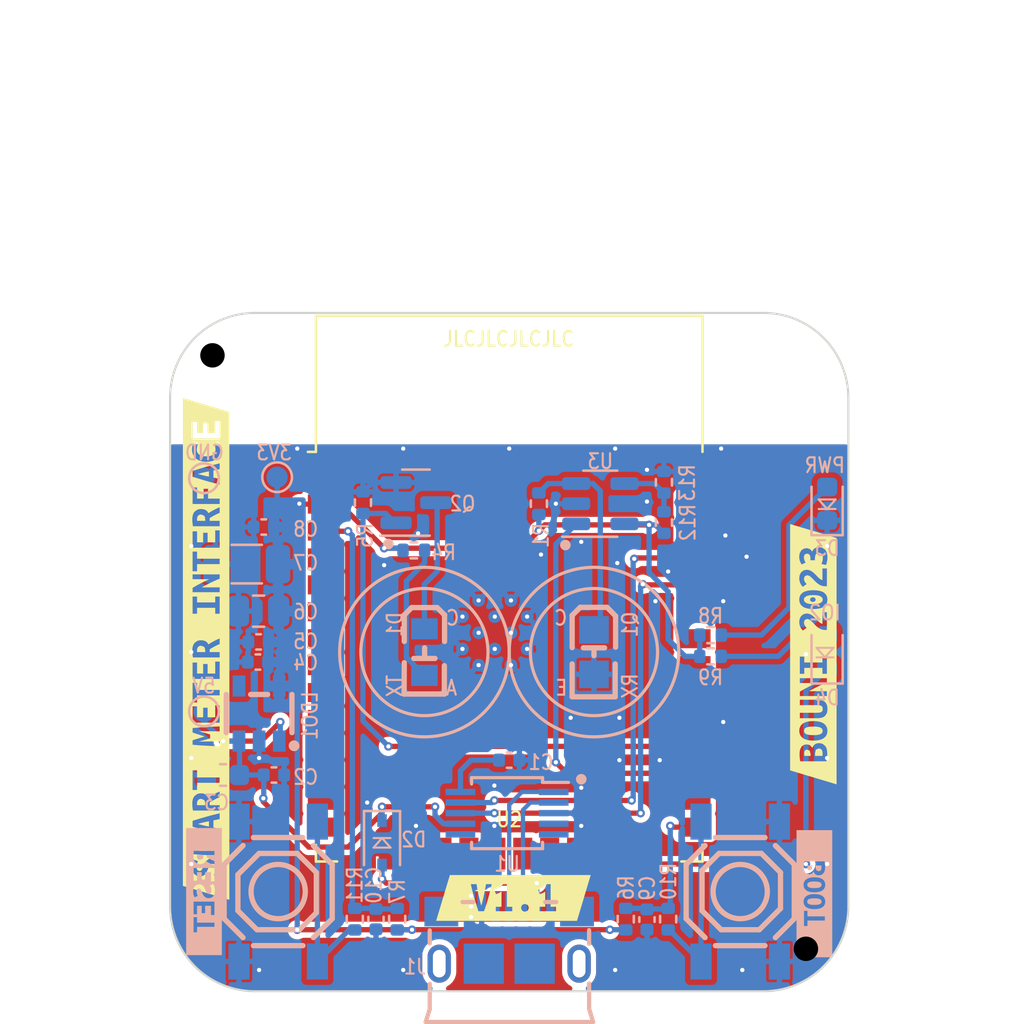
<source format=kicad_pcb>
(kicad_pcb (version 20221018) (generator pcbnew)
  (layers (0 "F.Cu" signal) (31 "B.Cu" signal) (34 "B.Paste" user) (35 "F.Paste" user) (36 "B.SilkS" user "B.Silkscreen") (37 "F.SilkS" user "F.Silkscreen") (38 "B.Mask" user) (39 "F.Mask" user) (44 "Edge.Cuts" user))
  (net 0 "")
  (net 1 "Net-(Q1-C)")
  (net 2 "GND")
  (net 3 "Net-(D1-K)")
  (net 4 "+3V3")
  (net 5 "Net-(D1-A)")
  (net 6 "BLINK")
  (net 7 "+5V")
  (net 8 "RX")
  (net 9 "Net-(U1-V3)")
  (net 10 "Net-(D2-A)")
  (net 11 "Net-(D3-A)")
  (net 12 "IO2")
  (net 13 "Net-(D4-A)")
  (net 15 "IO0")
  (net 16 "EN")
  (net 18 "RXD0")
  (net 19 "TXD0")
  (net 51 "/D-")
  (net 52 "/D+")
  (net 53 "Net-(U3--)")
  (net 54 "Net-(R10-Pad1)")
  (net 55 "Net-(R11-Pad1)")
  (footprint "RF_Module:ESP32-WROOM-32" (layer "F.Cu") (at 56 56)
    (fp_text reference "U2" (at 0 7.9 180) (layer "F.SilkS") (effects (font (size 0.7 0.6) (thickness 0.1))))
    (fp_text value "ESP32-WROOM-32")
    (pad "1" smd rect locked (at -8.75 -8.25) (size 1.5 0.9) (layers "F.Cu" "F.Paste" "F.Mask") (net 2 "GND"))
    (pad "2" smd rect locked (at -8.75 -6.98) (size 1.5 0.9) (layers "F.Cu" "F.Paste" "F.Mask") (net 4 "+3V3"))
    (pad "3" smd rect locked (at -8.75 -5.71) (size 1.5 0.9) (layers "F.Cu" "F.Paste" "F.Mask") (net 16 "EN"))
    (pad "4" smd rect locked (at -8.75 -4.44) (size 1.5 0.9) (layers "F.Cu" "F.Paste" "F.Mask"))
    (pad "5" smd rect locked (at -8.75 -3.17) (size 1.5 0.9) (layers "F.Cu" "F.Paste" "F.Mask"))
    (pad "6" smd rect locked (at -8.75 -1.9) (size 1.5 0.9) (layers "F.Cu" "F.Paste" "F.Mask"))
    (pad "7" smd rect locked (at -8.75 -0.63) (size 1.5 0.9) (layers "F.Cu" "F.Paste" "F.Mask"))
    (pad "8" smd rect locked (at -8.75 0.64) (size 1.5 0.9) (layers "F.Cu" "F.Paste" "F.Mask"))
    (pad "9" smd rect locked (at -8.75 1.91) (size 1.5 0.9) (layers "F.Cu" "F.Paste" "F.Mask"))
    (pad "10" smd rect locked (at -8.75 3.18) (size 1.5 0.9) (layers "F.Cu" "F.Paste" "F.Mask"))
    (pad "11" smd rect locked (at -8.75 4.45) (size 1.5 0.9) (layers "F.Cu" "F.Paste" "F.Mask"))
    (pad "12" smd rect locked (at -8.75 5.72) (size 1.5 0.9) (layers "F.Cu" "F.Paste" "F.Mask"))
    (pad "13" smd rect locked (at -8.75 6.99) (size 1.5 0.9) (layers "F.Cu" "F.Paste" "F.Mask"))
    (pad "14" smd rect locked (at -8.75 8.26) (size 1.5 0.9) (layers "F.Cu" "F.Paste" "F.Mask"))
    (pad "15" smd rect locked (at -5.71 9.51 90) (size 1.5 0.9) (layers "F.Cu" "F.Paste" "F.Mask") (net 2 "GND"))
    (pad "16" smd rect locked (at -4.44 9.51 90) (size 1.5 0.9) (layers "F.Cu" "F.Paste" "F.Mask"))
    (pad "17" smd rect locked (at -3.17 9.51 90) (size 1.5 0.9) (layers "F.Cu" "F.Paste" "F.Mask"))
    (pad "18" smd rect locked (at -1.9 9.51 90) (size 1.5 0.9) (layers "F.Cu" "F.Paste" "F.Mask"))
    (pad "19" smd rect locked (at -0.63 9.51 90) (size 1.5 0.9) (layers "F.Cu" "F.Paste" "F.Mask"))
    (pad "20" smd rect locked (at 0.64 9.51 90) (size 1.5 0.9) (layers "F.Cu" "F.Paste" "F.Mask"))
    (pad "21" smd rect locked (at 1.91 9.51 90) (size 1.5 0.9) (layers "F.Cu" "F.Paste" "F.Mask"))
    (pad "22" smd rect locked (at 3.18 9.51 90) (size 1.5 0.9) (layers "F.Cu" "F.Paste" "F.Mask"))
    (pad "23" smd rect locked (at 4.45 9.51 90) (size 1.5 0.9) (layers "F.Cu" "F.Paste" "F.Mask"))
    (pad "24" smd rect locked (at 5.72 9.51 90) (size 1.5 0.9) (layers "F.Cu" "F.Paste" "F.Mask") (net 12 "IO2"))
    (pad "25" smd rect locked (at 8.75 8.26) (size 1.5 0.9) (layers "F.Cu" "F.Paste" "F.Mask") (net 15 "IO0"))
    (pad "26" smd rect locked (at 8.75 6.99) (size 1.5 0.9) (layers "F.Cu" "F.Paste" "F.Mask"))
    (pad "27" smd rect locked (at 8.75 5.72) (size 1.5 0.9) (layers "F.Cu" "F.Paste" "F.Mask") (net 8 "RX"))
    (pad "28" smd rect locked (at 8.75 4.45) (size 1.5 0.9) (layers "F.Cu" "F.Paste" "F.Mask") (net 6 "BLINK"))
    (pad "29" smd rect locked (at 8.75 3.18) (size 1.5 0.9) (layers "F.Cu" "F.Paste" "F.Mask"))
    (pad "30" smd rect locked (at 8.75 1.91) (size 1.5 0.9) (layers "F.Cu" "F.Paste" "F.Mask"))
    (pad "31" smd rect locked (at 8.75 0.64) (size 1.5 0.9) (layers "F.Cu" "F.Paste" "F.Mask"))
    (pad "32" smd rect locked (at 8.75 -0.63) (size 1.5 0.9) (layers "F.Cu" "F.Paste" "F.Mask"))
    (pad "33" smd rect locked (at 8.75 -1.9) (size 1.5 0.9) (layers "F.Cu" "F.Paste" "F.Mask"))
    (pad "34" smd rect locked (at 8.75 -3.17) (size 1.5 0.9) (layers "F.Cu" "F.Paste" "F.Mask") (net 18 "RXD0"))
    (pad "35" smd rect locked (at 8.75 -4.44) (size 1.5 0.9) (layers "F.Cu" "F.Paste" "F.Mask") (net 19 "TXD0"))
    (pad "36" smd rect locked (at 8.75 -5.71) (size 1.5 0.9) (layers "F.Cu" "F.Paste" "F.Mask"))
    (pad "37" smd rect locked (at 8.75 -6.98) (size 1.5 0.9) (layers "F.Cu" "F.Paste" "F.Mask"))
    (pad "38" smd rect locked (at 8.75 -8.25) (size 1.5 0.9) (layers "F.Cu" "F.Paste" "F.Mask") (net 2 "GND"))
    (pad "39" smd rect locked (at -2.205 -2.435) (size 1.05 1.05) (layers "F.Cu" "F.Paste") (net 2 "GND"))
    (pad "39" thru_hole circle locked (at -2.205 -1.6725) (size 0.6 0.6) (drill 0.2) (property pad_prop_heatsink) (layers "*.Cu" "F.Mask") (net 2 "GND"))
    (pad "39" smd rect locked (at -2.205 -0.91) (size 1.05 1.05) (layers "F.Cu" "F.Paste") (net 2 "GND"))
    (pad "39" thru_hole circle locked (at -2.205 -0.1475) (size 0.6 0.6) (drill 0.2) (property pad_prop_heatsink) (layers "*.Cu" "F.Mask") (net 2 "GND"))
    (pad "39" smd rect locked (at -2.205 0.615) (size 1.05 1.05) (layers "F.Cu" "F.Paste") (net 2 "GND"))
    (pad "39" thru_hole circle locked (at -1.4425 -2.435) (size 0.6 0.6) (drill 0.2) (property pad_prop_heatsink) (layers "*.Cu" "F.Mask") (net 2 "GND"))
    (pad "39" thru_hole circle locked (at -1.4425 -0.91) (size 0.6 0.6) (drill 0.2) (property pad_prop_heatsink) (layers "*.Cu" "F.Mask") (net 2 "GND"))
    (pad "39" thru_hole circle locked (at -1.4425 0.615) (size 0.6 0.6) (drill 0.2) (property pad_prop_heatsink) (layers "*.Cu" "F.Mask") (net 2 "GND"))
    (pad "39" smd rect locked (at -0.68 -2.435) (size 1.05 1.05) (layers "F.Cu" "F.Paste") (net 2 "GND"))
    (pad "39" thru_hole circle locked (at -0.68 -1.6725) (size 0.6 0.6) (drill 0.2) (property pad_prop_heatsink) (layers "*.Cu" "F.Mask") (net 2 "GND"))
    (pad "39" smd rect locked (at -0.68 -0.91) (size 1.05 1.05) (layers "F.Cu" "F.Paste") (net 2 "GND"))
    (pad "39" smd rect locked (at -0.68 -0.91) (size 4.2 4.2) (layers "F.Cu" "F.Mask") (net 2 "GND"))
    (pad "39" thru_hole circle locked (at -0.68 -0.1475) (size 0.6 0.6) (drill 0.2) (property pad_prop_heatsink) (layers "*.Cu" "F.Mask") (net 2 "GND"))
    (pad "39" smd rect locked (at -0.68 0.615) (size 1.05 1.05) (layers "F.Cu" "F.Paste") (net 2 "GND"))
    (pad "39" thru_hole circle locked (at 0.0825 -2.435) (size 0.6 0.6) (drill 0.2) (property pad_prop_heatsink) (layers "*.Cu" "F.Mask") (net 2 "GND"))
    (pad "39" thru_hole circle locked (at 0.0825 -0.91) (size 0.6 0.6) (drill 0.2) (property pad_prop_heatsink) (layers "*.Cu" "F.Mask") (net 2 "GND"))
    (pad "39" thru_hole circle locked (at 0.0825 0.615) (size 0.6 0.6) (drill 0.2) (property pad_prop_heatsink) (layers "*.Cu" "F.Mask") (net 2 "GND"))
    (pad "39" smd rect locked (at 0.845 -2.435) (size 1.05 1.05) (layers "F.Cu" "F.Paste") (net 2 "GND"))
    (pad "39" thru_hole circle locked (at 0.845 -1.6725) (size 0.6 0.6) (drill 0.2) (property pad_prop_heatsink) (layers "*.Cu" "F.Mask") (net 2 "GND"))
    (pad "39" smd rect locked (at 0.845 -0.91) (size 1.05 1.05) (layers "F.Cu" "F.Paste") (net 2 "GND"))
    (pad "39" thru_hole circle locked (at 0.845 -0.1475) (size 0.6 0.6) (drill 0.2) (property pad_prop_heatsink) (layers "*.Cu" "F.Mask") (net 2 "GND"))
    (pad "39" smd rect locked (at 0.845 0.615) (size 1.05 1.05) (layers "F.Cu" "F.Paste") (net 2 "GND"))
    (zone (net 0) (net_name "") (layers "F.Cu" "In1.Cu" "B.Cu") (connect_pads (clearance 0)) (min_thickness 0.254)
      (keepout (tracks not_allowed) (vias not_allowed) (pads not_allowed) (copperpour not_allowed) (footprints not_allowed))
      (fill (thermal_gap 0.508) (thermal_bridge_width 0.508))
      (polygon (pts (xy 32 46.2) (xy 80 46.2) (xy 80 25.26) (xy 32 25.26)))
    )
  )
  (footprint "kibuzzard-63C57836" (layer "F.Cu") (at 70.35 56.1 90)
    (fp_text reference "kibuzzard-63C57836" hide)
    (fp_text value "G***" hide)
  )
  (footprint "JLCPCB:ToolingHole" (layer "F.Cu") (at 70 70)
    (fp_text reference "TH2" hide)
    (fp_text value "ToolingHole" hide)
    (pad "" np_thru_hole circle (at 0 0) (size 1.4 1.4) (drill 1.152) (layers "*.Mask"))
  )
  (footprint "JLCPCB:OrderNumber" (layer "F.Cu") (at 56 41)
    (fp_text reference "REF**" hide)
    (fp_text value "OrderNumber" hide)
    (fp_text user "JLCJLCJLCJLC" (at -3.175 0.635 unlocked) (layer "F.SilkS") (effects (font (size 0.7 0.6) (thickness 0.1) bold) (justify left bottom)))
  )
  (footprint "JLCPCB:ToolingHole" (layer "F.Cu") (at 42 42)
    (fp_text reference "TH1" hide)
    (fp_text value "ToolingHole" hide)
    (pad "" np_thru_hole circle (at 0 0) (size 1.4 1.4) (drill 1.152) (layers "*.Mask"))
  )
  (footprint "kibuzzard-63C57633" (layer "F.Cu") (at 56.2 67.6)
    (fp_text reference "kibuzzard-63C57633" hide)
    (fp_text value "G***" hide)
  )
  (footprint "kibuzzard-635BBB2F" (layer "F.Cu") (at 41.7 55.85 90)
    (fp_text reference "kibuzzard-635BBB2F" hide)
    (fp_text value "G***" hide)
  )
  (footprint "Capacitor_SMD:C_0402_1005Metric" (layer "B.Cu") (at 44.175 55.52 180)
    (fp_text reference "C5" (at -2.225 0.02 180) (layer "B.SilkS") (effects (font (size 0.7 0.6) (thickness 0.1)) (justify mirror)))
    (fp_text value "1uF")
    (pad "1" smd roundrect (at -0.48 0 180) (size 0.56 0.62) (layers "B.Cu" "B.Paste" "B.Mask") (net 4 "+3V3"))
    (pad "2" smd roundrect (at 0.48 0 180) (size 0.56 0.62) (layers "B.Cu" "B.Paste" "B.Mask") (net 2 "GND"))
  )
  (footprint "LCSC:SOT-23-5_L3.0-W1.7-P0.95-LS2.8-BR" (layer "B.Cu") (at 44.2 58.9 -90)
    (fp_text reference "LDO1" (at 0.1 -2.4 90) (layer "B.SilkS") (effects (font (size 0.7 0.6) (thickness 0.1)) (justify mirror)))
    (fp_text value "ME6211C33M5G-N")
    (pad "1" smd rect (at 1.3 -0.95 270) (size 1 0.6) (layers "B.Cu" "B.Paste" "B.Mask") (net 7 "+5V"))
    (pad "2" smd rect (at 1.3 0 270) (size 1 0.6) (layers "B.Cu" "B.Paste" "B.Mask") (net 2 "GND"))
    (pad "3" smd rect (at 1.3 0.95 270) (size 1 0.6) (layers "B.Cu" "B.Paste" "B.Mask") (net 7 "+5V"))
    (pad "4" smd rect (at -1.3 0.95 270) (size 1 0.6) (layers "B.Cu" "B.Paste" "B.Mask"))
    (pad "5" smd rect (at -1.3 -0.95 270) (size 1 0.6) (layers "B.Cu" "B.Paste" "B.Mask") (net 4 "+3V3"))
  )
  (footprint "Capacitor_SMD:C_0402_1005Metric" (layer "B.Cu") (at 49.715 68.6 90)
    (fp_text reference "C10" (at 1.6 -0.1 90) (layer "B.SilkS") (effects (font (size 0.7 0.6) (thickness 0.1)) (justify mirror)))
    (fp_text value "1nF")
    (pad "1" smd roundrect (at -0.48 0 90) (size 0.56 0.62) (layers "B.Cu" "B.Paste" "B.Mask") (net 2 "GND"))
    (pad "2" smd roundrect (at 0.48 0 90) (size 0.56 0.62) (layers "B.Cu" "B.Paste" "B.Mask") (net 16 "EN"))
  )
  (footprint "LCSC:OPTO-SMD_L2.0-W1.3-R-FD" (layer "B.Cu") (at 60 56 90)
    (fp_text reference "Q1" (at 1.3 1.7 90) (layer "B.SilkS") (effects (font (size 0.7 0.6) (thickness 0.1) bold) (justify mirror)))
    (fp_text value "PT17-21C/L41/TR8")
    (pad "1" smd rect locked (at 1.05 0 270) (size 1.3 1.4) (layers "B.Cu" "B.Paste" "B.Mask") (net 1 "Net-(Q1-C)"))
    (pad "2" smd rect locked (at -1.05 0 270) (size 1.3 1.4) (layers "B.Cu" "B.Paste" "B.Mask") (net 2 "GND"))
  )
  (footprint "LED_SMD:LED_0603_1608Metric" (layer "B.Cu") (at 71 49 90)
    (fp_text reference "D3" (at -2.1 0 180) (layer "B.SilkS") (effects (font (size 0.7 0.6) (thickness 0.1)) (justify mirror)))
    (fp_text value "LED")
    (pad "1" smd roundrect (at -0.7875 0 90) (size 0.875 0.95) (layers "B.Cu" "B.Paste" "B.Mask") (net 2 "GND"))
    (pad "2" smd roundrect (at 0.7875 0 90) (size 0.875 0.95) (layers "B.Cu" "B.Paste" "B.Mask") (net 11 "Net-(D3-A)"))
  )
  (footprint "Capacitor_SMD:C_0402_1005Metric" (layer "B.Cu") (at 44.145 56.47 180)
    (fp_text reference "C4" (at -2.255 -0.03 180) (layer "B.SilkS") (effects (font (size 0.7 0.6) (thickness 0.1)) (justify mirror)))
    (fp_text value "0.1uF")
    (pad "1" smd roundrect (at -0.48 0 180) (size 0.56 0.62) (layers "B.Cu" "B.Paste" "B.Mask") (net 4 "+3V3"))
    (pad "2" smd roundrect (at 0.48 0 180) (size 0.56 0.62) (layers "B.Cu" "B.Paste" "B.Mask") (net 2 "GND"))
  )
  (footprint "TestPoint:TestPoint_Pad_D1.0mm" (layer "B.Cu") (at 41.6 58.8 180)
    (fp_text reference "TP2" hide)
    (fp_text value "TestPoint_Small")
    (pad "1" smd circle (at 0 0 180) (size 1 1) (layers "B.Cu" "B.Mask") (net 7 "+5V"))
  )
  (footprint "Package_TO_SOT_SMD:SOT-23-5" (layer "B.Cu") (at 60.3 49)
    (fp_text reference "U3" (at 0 -2 180) (layer "B.SilkS") (effects (font (size 0.7 0.6) (thickness 0.1)) (justify mirror)))
    (fp_text value "MCP6541T-I/OT")
    (pad "1" smd roundrect (at -1.1375 0.95) (size 1.325 0.6) (layers "B.Cu" "B.Paste" "B.Mask") (net 8 "RX"))
    (pad "2" smd roundrect (at -1.1375 0) (size 1.325 0.6) (layers "B.Cu" "B.Paste" "B.Mask") (net 2 "GND"))
    (pad "3" smd roundrect (at -1.1375 -0.95) (size 1.325 0.6) (layers "B.Cu" "B.Paste" "B.Mask") (net 1 "Net-(Q1-C)"))
    (pad "4" smd roundrect (at 1.1375 -0.95) (size 1.325 0.6) (layers "B.Cu" "B.Paste" "B.Mask") (net 53 "Net-(U3--)"))
    (pad "5" smd roundrect (at 1.1375 0.95) (size 1.325 0.6) (layers "B.Cu" "B.Paste" "B.Mask") (net 4 "+3V3"))
  )
  (footprint "Resistor_SMD:R_0402_1005Metric" (layer "B.Cu") (at 65.5 56.2)
    (fp_text reference "R9" (at 0 1) (layer "B.SilkS") (effects (font (size 0.7 0.6) (thickness 0.1)) (justify mirror)))
    (fp_text value "1k")
    (pad "1" smd roundrect (at -0.51 0) (size 0.54 0.64) (layers "B.Cu" "B.Paste" "B.Mask") (net 4 "+3V3"))
    (pad "2" smd roundrect (at 0.51 0) (size 0.54 0.64) (layers "B.Cu" "B.Paste" "B.Mask") (net 13 "Net-(D4-A)"))
  )
  (footprint "Resistor_SMD:R_0402_1005Metric" (layer "B.Cu") (at 63.3 47.99 90)
    (fp_text reference "R13" (at -0.025 1.1 90) (layer "B.SilkS") (effects (font (size 0.7 0.6) (thickness 0.1)) (justify mirror)))
    (fp_text value "1k")
    (pad "1" smd roundrect (at -0.51 0 90) (size 0.54 0.64) (layers "B.Cu" "B.Paste" "B.Mask") (net 53 "Net-(U3--)"))
    (pad "2" smd roundrect (at 0.51 0 90) (size 0.54 0.64) (layers "B.Cu" "B.Paste" "B.Mask") (net 2 "GND"))
  )
  (footprint "Capacitor_SMD:C_1206_3216Metric" (layer "B.Cu") (at 43.62 51.85 180)
    (fp_text reference "C7" (at -2.78 0.05 180) (layer "B.SilkS") (effects (font (size 0.7 0.6) (thickness 0.1)) (justify mirror)))
    (fp_text value "100uF")
    (pad "1" smd roundrect (at -1.475 0 180) (size 1.15 1.8) (layers "B.Cu" "B.Paste" "B.Mask") (roundrect_rratio 0.217391) (net 4 "+3V3"))
    (pad "2" smd roundrect (at 1.475 0 180) (size 1.15 1.8) (layers "B.Cu" "B.Paste" "B.Mask") (roundrect_rratio 0.217391) (net 2 "GND"))
  )
  (footprint "Package_TO_SOT_SMD:SOT-23" (layer "B.Cu") (at 51.6 48.95)
    (fp_text reference "Q2" (at 2.2 0.05 180) (layer "B.SilkS") (effects (font (size 0.7 0.6) (thickness 0.1)) (justify mirror)))
    (fp_text value "2N7002")
    (pad "1" smd roundrect (at -0.9375 0.95) (size 1.475 0.6) (layers "B.Cu" "B.Paste" "B.Mask") (net 6 "BLINK"))
    (pad "2" smd roundrect (at -0.9375 -0.95) (size 1.475 0.6) (layers "B.Cu" "B.Paste" "B.Mask") (net 2 "GND"))
    (pad "3" smd roundrect (at 0.9375 0) (size 1.475 0.6) (layers "B.Cu" "B.Paste" "B.Mask") (net 3 "Net-(D1-K)"))
  )
  (footprint "Resistor_SMD:R_0402_1005Metric" (layer "B.Cu") (at 61.5 68.6 90)
    (fp_text reference "R6" (at 1.48 0.015 90) (layer "B.SilkS") (effects (font (size 0.7 0.6) (thickness 0.1)) (justify mirror)))
    (fp_text value "10k")
    (pad "1" smd roundrect (at -0.51 0 90) (size 0.54 0.64) (layers "B.Cu" "B.Paste" "B.Mask") (net 4 "+3V3"))
    (pad "2" smd roundrect (at 0.51 0 90) (size 0.54 0.64) (layers "B.Cu" "B.Paste" "B.Mask") (net 15 "IO0"))
  )
  (footprint "Capacitor_SMD:C_0402_1005Metric" (layer "B.Cu") (at 56 61.1 180)
    (fp_text reference "C1" (at -1.5 -0.1) (layer "B.SilkS") (effects (font (size 0.7 0.6) (thickness 0.1)) (justify mirror)))
    (fp_text value "0.1uF")
    (pad "1" smd roundrect (at -0.48 0 180) (size 0.56 0.62) (layers "B.Cu" "B.Paste" "B.Mask") (net 2 "GND"))
    (pad "2" smd roundrect (at 0.48 0 180) (size 0.56 0.62) (layers "B.Cu" "B.Paste" "B.Mask") (net 9 "Net-(U1-V3)"))
  )
  (footprint "LED_SMD:LED_0603_1608Metric" (layer "B.Cu") (at 71 56 90)
    (fp_text reference "D4" (at -2.15 0 180) (layer "B.SilkS") (effects (font (size 0.7 0.6) (thickness 0.1)) (justify mirror)))
    (fp_text value "LED")
    (pad "1" smd roundrect (at -0.7875 0 90) (size 0.875 0.95) (layers "B.Cu" "B.Paste" "B.Mask") (net 12 "IO2"))
    (pad "2" smd roundrect (at 0.7875 0 90) (size 0.875 0.95) (layers "B.Cu" "B.Paste" "B.Mask") (net 13 "Net-(D4-A)"))
  )
  (footprint "Resistor_SMD:R_0402_1005Metric" (layer "B.Cu") (at 63.5 68.6 90)
    (fp_text reference "R10" (at 1.78 0.015 90) (layer "B.SilkS") (effects (font (size 0.7 0.6) (thickness 0.1)) (justify mirror)))
    (fp_text value "220")
    (pad "1" smd roundrect (at -0.51 0 90) (size 0.54 0.64) (layers "B.Cu" "B.Paste" "B.Mask") (net 54 "Net-(R10-Pad1)"))
    (pad "2" smd roundrect (at 0.51 0 90) (size 0.54 0.64) (layers "B.Cu" "B.Paste" "B.Mask") (net 15 "IO0"))
  )
  (footprint "Resistor_SMD:R_0402_1005Metric" (layer "B.Cu") (at 50.715 68.6 90)
    (fp_text reference "R7" (at 1.3 0 90) (layer "B.SilkS") (effects (font (size 0.7 0.6) (thickness 0.1)) (justify mirror)))
    (fp_text value "10k")
    (pad "1" smd roundrect (at -0.51 0 90) (size 0.54 0.64) (layers "B.Cu" "B.Paste" "B.Mask") (net 4 "+3V3"))
    (pad "2" smd roundrect (at 0.51 0 90) (size 0.54 0.64) (layers "B.Cu" "B.Paste" "B.Mask") (net 16 "EN"))
  )
  (footprint "Capacitor_SMD:C_0402_1005Metric" (layer "B.Cu") (at 44.9 61.8)
    (fp_text reference "C2" (at 1.5 0.1) (layer "B.SilkS") (effects (font (size 0.7 0.6) (thickness 0.1)) (justify mirror)))
    (fp_text value "1uF")
    (pad "1" smd roundrect (at -0.48 0) (size 0.56 0.62) (layers "B.Cu" "B.Paste" "B.Mask") (net 7 "+5V"))
    (pad "2" smd roundrect (at 0.48 0) (size 0.56 0.62) (layers "B.Cu" "B.Paste" "B.Mask") (net 2 "GND"))
  )
  (footprint "Package_SO:MSOP-10_3x3mm_P0.5mm" (layer "B.Cu") (at 55.9 63.6 180)
    (fp_text reference "U1" (at 0 -2.4) (layer "B.SilkS") (effects (font (size 0.7 0.6) (thickness 0.1)) (justify mirror)))
    (fp_text value "CH340E")
    (pad "1" smd rect (at -2.2 1 180) (size 1.4 0.3) (layers "B.Cu" "B.Paste" "B.Mask") (net 52 "/D+"))
    (pad "2" smd rect (at -2.2 0.5 180) (size 1.4 0.3) (layers "B.Cu" "B.Paste" "B.Mask") (net 51 "/D-"))
    (pad "3" smd rect (at -2.2 0 180) (size 1.4 0.3) (layers "B.Cu" "B.Paste" "B.Mask") (net 2 "GND"))
    (pad "4" smd rect (at -2.2 -0.5 180) (size 1.4 0.3) (layers "B.Cu" "B.Paste" "B.Mask"))
    (pad "5" smd rect (at -2.2 -1 180) (size 1.4 0.3) (layers "B.Cu" "B.Paste" "B.Mask"))
    (pad "6" smd rect (at 2.2 -1 180) (size 1.4 0.3) (layers "B.Cu" "B.Paste" "B.Mask"))
    (pad "7" smd rect (at 2.2 -0.5 180) (size 1.4 0.3) (layers "B.Cu" "B.Paste" "B.Mask") (net 7 "+5V"))
    (pad "8" smd rect (at 2.2 0 180) (size 1.4 0.3) (layers "B.Cu" "B.Paste" "B.Mask") (net 18 "RXD0"))
    (pad "9" smd rect (at 2.2 0.5 180) (size 1.4 0.3) (layers "B.Cu" "B.Paste" "B.Mask") (net 19 "TXD0"))
    (pad "10" smd rect (at 2.2 1 180) (size 1.4 0.3) (layers "B.Cu" "B.Paste" "B.Mask") (net 9 "Net-(U1-V3)"))
  )
  (footprint "TestPoint:TestPoint_Pad_D1.0mm" (layer "B.Cu") (at 41.6 47.8 180)
    (fp_text reference "TP1" hide)
    (fp_text value "TestPoint_Small")
    (pad "1" smd circle (at 0 0 180) (size 1 1) (layers "B.Cu" "B.Mask") (net 2 "GND"))
  )
  (footprint "Capacitor_SMD:C_0805_2012Metric" (layer "B.Cu") (at 44.175 54.07 180)
    (fp_text reference "C6" (at -2.225 -0.03 180) (layer "B.SilkS") (effects (font (size 0.7 0.6) (thickness 0.1)) (justify mirror)))
    (fp_text value "47uF")
    (pad "1" smd roundrect (at -0.95 0 180) (size 1 1.45) (layers "B.Cu" "B.Paste" "B.Mask") (net 4 "+3V3"))
    (pad "2" smd roundrect (at 0.95 0 180) (size 1 1.45) (layers "B.Cu" "B.Paste" "B.Mask") (net 2 "GND"))
  )
  (footprint "TestPoint:TestPoint_Pad_D1.0mm" (layer "B.Cu") (at 45.05 47.75 180)
    (fp_text reference "TP3" hide)
    (fp_text value "TestPoint_Small")
    (pad "1" smd circle (at 0 0 180) (size 1 1) (layers "B.Cu" "B.Mask") (net 4 "+3V3"))
  )
  (footprint "LCSC:SW-SMD_4P-L5.1-W5.1-P3.70-LS6.5-TL-2" (layer "B.Cu") (at 66.9 67.3 -90)
    (fp_text reference "SW1" hide)
    (fp_text value "BOOT")
    (pad "1" smd rect (at -3.3 1.85 270) (size 1.7 1) (layers "B.Cu" "B.Paste" "B.Mask") (net 54 "Net-(R10-Pad1)"))
    (pad "2" smd rect (at 3.3 1.85 270) (size 1.7 1) (layers "B.Cu" "B.Paste" "B.Mask") (net 54 "Net-(R10-Pad1)"))
    (pad "3" smd rect (at -3.3 -1.85 270) (size 1.7 1) (layers "B.Cu" "B.Paste" "B.Mask") (net 2 "GND"))
    (pad "4" smd rect (at 3.3 -1.85 270) (size 1.7 1) (layers "B.Cu" "B.Paste" "B.Mask") (net 2 "GND"))
  )
  (footprint "LCSC:LED0805-RD" (layer "B.Cu") (at 52 56 -90)
    (fp_text reference "D1" (at -1.3 1.4 90) (layer "B.SilkS") (effects (font (size 0.7 0.6) (thickness 0.1) bold) (justify mirror)))
    (fp_text value "XL-2012IRC-940")
    (pad "1" smd rect locked (at -1.1 0 90) (size 1 1.25) (layers "B.Cu" "B.Paste" "B.Mask") (net 3 "Net-(D1-K)"))
    (pad "2" smd rect locked (at 1.1 0 90) (size 1 1.25) (layers "B.Cu" "B.Paste" "B.Mask") (net 5 "Net-(D1-A)"))
  )
  (footprint "LCSC:SW-SMD_4P-L5.1-W5.1-P3.70-LS6.5-TL-2" (layer "B.Cu") (at 45.1 67.3 90)
    (fp_text reference "SW2" hide)
    (fp_text value "RESET")
    (pad "1" smd rect (at -3.3 1.85 90) (size 1.7 1) (layers "B.Cu" "B.Paste" "B.Mask") (net 55 "Net-(R11-Pad1)"))
    (pad "2" smd rect (at 3.3 1.85 90) (size 1.7 1) (layers "B.Cu" "B.Paste" "B.Mask") (net 55 "Net-(R11-Pad1)"))
    (pad "3" smd rect (at -3.3 -1.85 90) (size 1.7 1) (layers "B.Cu" "B.Paste" "B.Mask") (net 2 "GND"))
    (pad "4" smd rect (at 3.3 -1.85 90) (size 1.7 1) (layers "B.Cu" "B.Paste" "B.Mask") (net 2 "GND"))
  )
  (footprint "Capacitor_SMD:C_0402_1005Metric" (layer "B.Cu") (at 44.42 50.1 180)
    (fp_text reference "C8" (at -1.98 -0.1 180) (layer "B.SilkS") (effects (font (size 0.7 0.6) (thickness 0.1)) (justify mirror)))
    (fp_text value "1uF")
    (pad "1" smd roundrect (at -0.48 0 180) (size 0.56 0.62) (layers "B.Cu" "B.Paste" "B.Mask") (net 4 "+3V3"))
    (pad "2" smd roundrect (at 0.48 0 180) (size 0.56 0.62) (layers "B.Cu" "B.Paste" "B.Mask") (net 2 "GND"))
  )
  (footprint "Resistor_SMD:R_0402_1005Metric" (layer "B.Cu") (at 48.715 68.6 90)
    (fp_text reference "R11" (at 1.61 0 90) (layer "B.SilkS") (effects (font (size 0.7 0.6) (thickness 0.1)) (justify mirror)))
    (fp_text value "220")
    (pad "1" smd roundrect (at -0.51 0 90) (size 0.54 0.64) (layers "B.Cu" "B.Paste" "B.Mask") (net 55 "Net-(R11-Pad1)"))
    (pad "2" smd roundrect (at 0.51 0 90) (size 0.54 0.64) (layers "B.Cu" "B.Paste" "B.Mask") (net 16 "EN"))
  )
  (footprint "Resistor_SMD:R_0402_1005Metric" (layer "B.Cu") (at 51.5 51.2)
    (fp_text reference "R4" (at 1.4 0.1) (layer "B.SilkS") (effects (font (size 0.7 0.6) (thickness 0.1)) (justify mirror)))
    (fp_text value "100")
    (pad "1" smd roundrect (at -0.51 0) (size 0.54 0.64) (layers "B.Cu" "B.Paste" "B.Mask") (net 4 "+3V3"))
    (pad "2" smd roundrect (at 0.51 0) (size 0.54 0.64) (layers "B.Cu" "B.Paste" "B.Mask") (net 5 "Net-(D1-A)"))
  )
  (footprint "Capacitor_SMD:C_0603_1608Metric" (layer "B.Cu") (at 42.5 61.8 180)
    (fp_text reference "C3" (at 0.3 -1.3) (layer "B.SilkS") (effects (font (size 0.7 0.6) (thickness 0.1)) (justify mirror)))
    (fp_text value "10uF")
    (pad "1" smd roundrect (at -0.775 0 180) (size 0.9 0.95) (layers "B.Cu" "B.Paste" "B.Mask") (net 7 "+5V"))
    (pad "2" smd roundrect (at 0.775 0 180) (size 0.9 0.95) (layers "B.Cu" "B.Paste" "B.Mask") (net 2 "GND"))
  )
  (footprint "Resistor_SMD:R_0402_1005Metric" (layer "B.Cu") (at 57.4 49 90)
    (fp_text reference "R1" (at -1.5 0.1 90) (layer "B.SilkS") (effects (font (size 0.7 0.6) (thickness 0.1)) (justify mirror)))
    (fp_text value "10k")
    (pad "1" smd roundrect (at -0.51 0 90) (size 0.54 0.64) (layers "B.Cu" "B.Paste" "B.Mask") (net 4 "+3V3"))
    (pad "2" smd roundrect (at 0.51 0 90) (size 0.54 0.64) (layers "B.Cu" "B.Paste" "B.Mask") (net 1 "Net-(Q1-C)"))
  )
  (footprint "kibuzzard-635BBB9A" (layer "B.Cu") (at 70.4 67.4 -90)
    (fp_text reference "kibuzzard-635BBB9A" hide)
    (fp_text value "G***" hide)
  )
  (footprint "Resistor_SMD:R_0402_1005Metric" (layer "B.Cu") (at 65.5 55.2)
    (fp_text reference "R8" (at 0 -0.9) (layer "B.SilkS") (effects (font (size 0.7 0.6) (thickness 0.1)) (justify mirror)))
    (fp_text value "1k")
    (pad "1" smd roundrect (at -0.51 0) (size 0.54 0.64) (layers "B.Cu" "B.Paste" "B.Mask") (net 4 "+3V3"))
    (pad "2" smd roundrect (at 0.51 0) (size 0.54 0.64) (layers "B.Cu" "B.Paste" "B.Mask") (net 11 "Net-(D3-A)"))
  )
  (footprint "Resistor_SMD:R_0402_1005Metric" (layer "B.Cu") (at 63.3 49.89 90)
    (fp_text reference "R12" (at 0 1.125 90) (layer "B.SilkS") (effects (font (size 0.7 0.6) (thickness 0.1)) (justify mirror)))
    (fp_text value "12k")
    (pad "1" smd roundrect (at -0.51 0 90) (size 0.54 0.64) (layers "B.Cu" "B.Paste" "B.Mask") (net 4 "+3V3"))
    (pad "2" smd roundrect (at 0.51 0 90) (size 0.54 0.64) (layers "B.Cu" "B.Paste" "B.Mask") (net 53 "Net-(U3--)"))
  )
  (footprint "LCSC:MICRO-USB-SMD_10118193-0001LF" (layer "B.Cu") (at 56 69.3625 180)
    (fp_text reference "J1" (at 4.45 -1.4875) (layer "B.SilkS") (effects (font (size 0.7 0.6) (thickness 0.1)) (justify mirror)))
    (fp_text value "USB_B_Micro" hide)
    (pad "1" smd rect locked (at -1.3 1.34 180) (size 0.4 1.35) (layers "B.Cu" "B.Paste" "B.Mask") (net 10 "Net-(D2-A)"))
    (pad "2" smd rect locked (at -0.65 1.34 180) (size 0.4 1.35) (layers "B.Cu" "B.Paste" "B.Mask") (net 51 "/D-"))
    (pad "3" smd rect locked (at 0 1.34 180) (size 0.4 1.35) (layers "B.Cu" "B.Paste" "B.Mask") (net 52 "/D+"))
    (pad "4" smd rect locked (at 0.65 1.34 180) (size 0.4 1.35) (layers "B.Cu" "B.Paste" "B.Mask"))
    (pad "5" smd rect locked (at 1.3 1.34 180) (size 0.4 1.35) (layers "B.Cu" "B.Paste" "B.Mask") (net 2 "GND"))
    (pad "6" thru_hole oval locked (at -3.3 -1.34 180) (size 1.1 1.8) (drill oval 0.599999 1.299997) (layers "*.Cu" "*.Paste" "*.Mask"))
    (pad "6" thru_hole oval locked (at 3.3 -1.34 180) (size 1.1 1.8) (drill oval 0.599999 1.299997) (layers "*.Cu" "*.Paste" "*.Mask"))
    (pad "7" smd rect locked (at -3.2 1.12) (size 1.6 1.4) (layers "B.Cu" "B.Paste" "B.Mask"))
    (pad "7" smd rect locked (at -1.2 -1.34) (size 1.9 1.9) (layers "B.Cu" "B.Paste" "B.Mask"))
    (pad "8" smd rect locked (at 1.2 -1.34) (size 1.9 1.9) (layers "B.Cu" "B.Paste" "B.Mask"))
    (pad "8" smd rect locked (at 3.2 1.12) (size 1.6 1.4) (layers "B.Cu" "B.Paste" "B.Mask"))
  )
  (footprint "kibuzzard-635BBBA9" (layer "B.Cu") (at 41.6 67.3 -90)
    (fp_text reference "kibuzzard-635BBBA9" hide)
    (fp_text value "G***" hide)
  )
  (footprint "Resistor_SMD:R_0402_1005Metric" (layer "B.Cu") (at 49.1 48.95 90)
    (fp_text reference "R5" (at -1.55 0.1 270) (layer "B.SilkS") (effects (font (size 0.7 0.6) (thickness 0.1)) (justify mirror)))
    (fp_text value "10k")
    (pad "1" smd roundrect (at -0.51 0 90) (size 0.54 0.64) (layers "B.Cu" "B.Paste" "B.Mask") (net 6 "BLINK"))
    (pad "2" smd roundrect (at 0.51 0 90) (size 0.54 0.64) (layers "B.Cu" "B.Paste" "B.Mask") (net 2 "GND"))
  )
  (footprint "Diode_SMD:D_SOD-323" (layer "B.Cu") (at 50 65 -90)
    (fp_text reference "D2" (at -0.15 -1.5) (layer "B.SilkS") (effects (font (size 0.7 0.6) (thickness 0.1)) (justify mirror)))
    (fp_text value "1N5819WS")
    (pad "1" smd rect (at -1.05 0 270) (size 0.6 0.45) (layers "B.Cu" "B.Paste" "B.Mask") (net 7 "+5V"))
    (pad "2" smd rect (at 1.05 0 270) (size 0.6 0.45) (layers "B.Cu" "B.Paste" "B.Mask") (net 10 "Net-(D2-A)"))
  )
  (footprint "Capacitor_SMD:C_0402_1005Metric" (layer "B.Cu") (at 62.5 68.62 90)
    (fp_text reference "C9" (at 1.48 0.015 90) (layer "B.SilkS") (effects (font (size 0.7 0.6) (thickness 0.1)) (justify mirror)))
    (fp_text value "1nF")
    (pad "1" smd roundrect (at -0.48 0 90) (size 0.56 0.62) (layers "B.Cu" "B.Paste" "B.Mask") (net 2 "GND"))
    (pad "2" smd roundrect (at 0.48 0 90) (size 0.56 0.62) (layers "B.Cu" "B.Paste" "B.Mask") (net 15 "IO0"))
  )
  (gr_line (start 70.5 55.8) (end 71.3 55.8) (stroke (width 0.1)) (layer "B.SilkS"))
  (gr_line (start 70.5 56.25) (end 71.3 56.25) (stroke (width 0.1)) (layer "B.SilkS"))
  (gr_circle locked (center 52 56) (end 56 56) (stroke (width 0.15)) (fill none) (layer "B.SilkS"))
  (gr_line (start 71.4 48.8) (end 71 49.25) (stroke (width 0.1)) (layer "B.SilkS"))
  (gr_circle locked (center 60 56) (end 64 56) (stroke (width 0.15)) (fill none) (layer "B.SilkS"))
  (gr_line (start 70.6 49.25) (end 71.4 49.25) (stroke (width 0.1)) (layer "B.SilkS"))
  (gr_circle locked (center 60 56) (end 63 56) (stroke (width 0.15)) (fill none) (layer "B.SilkS"))
  (gr_line (start 71 49.25) (end 70.6 48.8) (stroke (width 0.1)) (layer "B.SilkS"))
  (gr_line (start 50.4 64.775) (end 49.6 64.775) (stroke (width 0.1)) (layer "B.SilkS"))
  (gr_circle (center 58.65 50.95) (end 58.85 50.95) (stroke (width 0.1)) (fill solid) (layer "B.SilkS"))
  (gr_circle locked (center 52 56) (end 55 56) (stroke (width 0.15)) (fill none) (layer "B.SilkS"))
  (gr_line (start 50.4 65.225) (end 49.6 65.225) (stroke (width 0.1)) (layer "B.SilkS"))
  (gr_line (start 71.3 55.8) (end 70.9 56.25) (stroke (width 0.1)) (layer "B.SilkS"))
  (gr_circle (center 50.3 50.9) (end 50.5 50.9) (stroke (width 0.1)) (fill solid) (layer "B.SilkS"))
  (gr_line (start 50 64.775) (end 50.4 65.225) (stroke (width 0.1)) (layer "B.SilkS"))
  (gr_circle (center 59.4 62) (end 59.6 62) (stroke (width 0.1)) (fill solid) (layer "B.SilkS"))
  (gr_line (start 70.9 56.25) (end 70.5 55.8) (stroke (width 0.1)) (layer "B.SilkS"))
  (gr_line (start 70.6 48.8) (end 71.4 48.8) (stroke (width 0.1)) (layer "B.SilkS"))
  (gr_line (start 49.6 65.225) (end 50 64.775) (stroke (width 0.1)) (layer "B.SilkS"))
  (gr_line locked (start 44 40) (end 68 40) (stroke (width 0.1)) (layer "Edge.Cuts"))
  (gr_line locked (start 72 44) (end 72 68) (stroke (width 0.1)) (layer "Edge.Cuts"))
  (gr_arc locked (start 68 40) (mid 70.828427 41.171573) (end 72 44) (stroke (width 0.1)) (layer "Edge.Cuts"))
  (gr_arc locked (start 44 72) (mid 41.171573 70.828427) (end 40 68) (stroke (width 0.1)) (layer "Edge.Cuts"))
  (gr_arc locked (start 40 44) (mid 41.171573 41.171573) (end 44 40) (stroke (width 0.1)) (layer "Edge.Cuts"))
  (gr_arc locked (start 72 68) (mid 70.828427 70.828427) (end 68 72) (stroke (width 0.1)) (layer "Edge.Cuts"))
  (gr_line locked (start 40 44) (end 40 68) (stroke (width 0.1)) (layer "Edge.Cuts"))
  (gr_line locked (start 68 72) (end 44 72) (stroke (width 0.1)) (layer "Edge.Cuts"))
  (gr_text "3V3" (at 45.8 47) (layer "B.SilkS") (effects (font (size 0.7 0.6) (thickness 0.1) bold) (justify left bottom mirror)))
  (gr_text "PWR" (at 71.9 47.6) (layer "B.SilkS") (effects (font (size 0.7 0.6) (thickness 0.1) bold) (justify left bottom mirror)))
  (gr_text locked "C" (at 58.8 54.8) (layer "B.SilkS") (effects (font (size 0.7 0.6) (thickness 0.1) bold) (justify left bottom mirror)))
  (gr_text locked "C" (at 53.7 54.8) (layer "B.SilkS") (effects (font (size 0.7 0.6) (thickness 0.1) bold) (justify left bottom mirror)))
  (gr_text "GND\n" (at 42.6 47) (layer "B.SilkS") (effects (font (size 0.7 0.6) (thickness 0.1) bold) (justify left bottom mirror)))
  (gr_text locked "E" (at 58.8 58.1) (layer "B.SilkS") (effects (font (size 0.7 0.6) (thickness 0.1) bold) (justify left bottom mirror)))
  (gr_text "IO2" (at 71.7 54.55) (layer "B.SilkS") (effects (font (size 0.7 0.6) (thickness 0.1) bold) (justify left bottom mirror)))
  (gr_text locked "TX\n" (at 50.6 57.6 90) (layer "B.SilkS") (effects (font (size 0.7 0.6) (thickness 0.1)) (justify mirror)))
  (gr_text "5V" (at 42.2 58) (layer "B.SilkS") (effects (font (size 0.7 0.6) (thickness 0.1) bold) (justify left bottom mirror)))
  (gr_text locked "A\n" (at 53.6 58.1) (layer "B.SilkS") (effects (font (size 0.7 0.6) (thickness 0.1) bold) (justify left bottom mirror)))
  (gr_text locked "RX" (at 61.7 57.6 90) (layer "B.SilkS") (effects (font (size 0.7 0.6) (thickness 0.1)) (justify mirror)))
  (segment (start 60.3 48.4) (end 59.95 48.05) (width 0.25) (layer "B.Cu") (net 1))
  (segment (start 60 54.95) (end 60.3 54.65) (width 0.25) (layer "B.Cu") (net 1))
  (segment (start 57.84 48.05) (end 59.1625 48.05) (width 0.25) (layer "B.Cu") (net 1))
  (segment (start 59.95 48.05) (end 59.1625 48.05) (width 0.25) (layer "B.Cu") (net 1))
  (segment (start 57.4 48.49) (end 57.84 48.05) (width 0.25) (layer "B.Cu") (net 1))
  (segment (start 60.3 54.65) (end 60.3 48.4) (width 0.25) (layer "B.Cu") (net 1))
  (via (at 44.2 71) (size 0.4) (drill 0.2) (layers "F.Cu" "B.Cu") (net 2))
  (via (at 51 46.4) (size 0.4) (drill 0.2) (layers "F.Cu" "B.Cu") (net 2))
  (via (at 41 66) (size 0.4) (drill 0.2) (layers "F.Cu" "B.Cu") (net 2))
  (via (at 41 56) (size 0.4) (drill 0.2) (layers "F.Cu" "B.Cu") (net 2))
  (via (at 57.5 51.4) (size 0.4) (drill 0.2) (layers "F.Cu" "B.Cu") (net 2))
  (via (at 62.9 53.6) (size 0.4) (drill 0.2) (layers "F.Cu" "B.Cu") (net 2))
  (via (at 61 71) (size 0.4) (drill 0.2) (layers "F.Cu" "B.Cu") (net 2))
  (via (at 59.4 50.8) (size 0.4) (drill 0.2) (layers "F.Cu" "B.Cu") (net 2))
  (via (at 50.1 51.9) (size 0.4) (drill 0.2) (layers "F.Cu" "B.Cu") (net 2))
  (via (at 55.3 64.2) (size 0.4) (drill 0.2) (layers "F.Cu" "B.Cu") (net 2))
  (via (at 66.1 53.6) (size 0.4) (drill 0.2) (layers "F.Cu" "B.Cu") (net 2))
  (via (at 49.3 63.1) (size 0.4) (drill 0.2) (layers "F.Cu" "B.Cu") (net 2))
  (via (at 54.2 67.5) (size 0.4) (drill 0.2) (layers "F.Cu" "B.Cu") (net 2))
  (via (at 61 46.4) (size 0.4) (drill 0.2) (layers "F.Cu" "B.Cu") (net 2))
  (via (at 51.6 64.2) (size 0.4) (drill 0.2) (layers "F.Cu" "B.Cu") (net 2))
  (via (at 66 46.4) (size 0.4) (drill 0.2) (layers "F.Cu" "B.Cu") (net 2))
  (via (at 62.5 47.4) (size 0.4) (drill 0.2) (layers "F.Cu" "B.Cu") (net 2))
  (via (at 59.4 62.4) (size 0.4) (drill 0.2) (layers "F.Cu" "B.Cu") (net 2))
  (via (at 51.7 50.4) (size 0.4) (drill 0.2) (layers "F.Cu" "B.Cu") (net 2))
  (via (at 63.1 61.1) (size 0.4) (drill 0.2) (layers "F.Cu" "B.Cu") (net 2))
  (via (at 61.2 61.1) (size 0.4) (drill 0.2) (layers "F.Cu" "B.Cu") (net 2))
  (via (at 41 51) (size 0.4) (drill 0.2) (layers "F.Cu" "B.Cu") (net 2))
  (via (at 58.9 59.1) (size 0.4) (drill 0.2) (layers "F.Cu" "B.Cu") (net 2))
  (via (at 63.5 52.2) (size 0.4) (drill 0.2) (layers "F.Cu" "B.Cu") (net 2))
  (via (at 54.2 68.5) (size 0.4) (drill 0.2) (layers "F.Cu" "B.Cu") (net 2))
  (via (at 59.4 64.2) (size 0.4) (drill 0.2) (layers "F.Cu" "B.Cu") (net 2))
  (via (at 44.2 61) (size 0.4) (drill 0.2) (layers "F.Cu" "B.Cu") (net 2))
  (via (at 67.2 51.5) (size 0.4) (drill 0.2) (layers "F.Cu" "B.Cu") (net 2))
  (via (at 61.2 59.1) (size 0.4) (drill 0.2) (layers "F.Cu" "B.Cu") (net 2))
  (via (at 56 46.4) (size 0.4) (drill 0.2) (layers "F.Cu" "B.Cu") (net 2))
  (via (at 66.1 59.3) (size 0.4) (drill 0.2) (layers "F.Cu" "B.Cu") (net 2))
  (via (at 71 51) (size 0.4) (drill 0.2) (layers "F.Cu" "B.Cu") (net 2))
  (via (at 70 56.1) (size 0.4) (drill 0.2) (layers "F.Cu" "B.Cu") (net 2))
  (via (at 51 71) (size 0.4) (drill 0.2) (layers "F.Cu" "B.Cu") (net 2))
  (via (at 71 66) (size 0.4) (drill 0.2) (layers "F.Cu" "B.Cu") (net 2))
  (via (at 41 61) (size 0.4) (drill 0.2) (layers "F.Cu" "B.Cu") (net 2))
  (via (at 61.1 51.8) (size 0.4) (drill 0.2) (layers "F.Cu" "B.Cu") (net 2))
  (via (at 71 61) (size 0.4) (drill 0.2) (layers "F.Cu" "B.Cu") (net 2))
  (via (at 46 46.4) (size 0.4) (drill 0.2) (layers "F.Cu" "B.Cu") (net 2))
  (via (at 58.2 49) (size 0.4) (drill 0.2) (layers "F.Cu" "B.Cu") (net 2))
  (via (at 55.3 62.3) (size 0.4) (drill 0.2) (layers "F.Cu" "B.Cu") (net 2))
  (via (at 62.5 48.9) (size 0.4) (drill 0.2) (layers "F.Cu" "B.Cu") (net 2))
  (via (at 66.2 50.5) (size 0.4) (drill 0.2) (layers "F.Cu" "B.Cu") (net 2))
  (via (at 54.2 68) (size 0.4) (drill 0.2) (layers "F.Cu" "B.Cu") (net 2))
  (via (at 67 71) (size 0.4) (drill 0.2) (layers "F.Cu" "B.Cu") (net 2))
  (segment (start 54.7 68.0225) (end 54.7 67.4505) (width 0.25) (layer "B.Cu") (net 2))
  (segment (start 59.1625 49) (end 58.2 49) (width 0.25) (layer "B.Cu") (net 2))
  (segment (start 50.6 48) (end 49.54 48) (width 0.25) (layer "B.Cu") (net 2))
  (segment (start 49.54 48) (end 49.1 48.44) (width 0.25) (layer "B.Cu") (net 2))
  (segment (start 54.7 67.6) (end 54.7 68.0225) (width 0.25) (layer "B.Cu") (net 2))
  (segment (start 58.1 63.6) (end 59.1 63.6) (width 0.25) (layer "B.Cu") (net 2))
  (segment (start 52 54.9) (end 52 52.8) (width 0.25) (layer "B.Cu") (net 3))
  (segment (start 52.6 52.2) (end 52.6 48.95) (width 0.25) (layer "B.Cu") (net 3))
  (segment (start 52 52.8) (end 52.6 52.2) (width 0.25) (layer "B.Cu") (net 3))
  (segment (start 62.6 50) (end 57.6755 50) (width 0.25) (layer "F.Cu") (net 4))
  (segment (start 47.25 49.02) (end 46.12 49.02) (width 0.25) (layer "F.Cu") (net 4))
  (segment (start 48.02 49.02) (end 50.1 51.1) (width 0.25) (layer "F.Cu") (net 4))
  (segment (start 50.1 51.1) (end 56.5755 51.1) (width 0.25) (layer "F.Cu") (net 4))
  (segment (start 46.12 49.02) (end 46.1 49) (width 0.25) (layer "F.Cu") (net 4))
  (segment (start 46 69.1) (end 50.7 69.1) (width 0.25) (layer "F.Cu") (net 4))
  (segment (start 47.25 49.02) (end 48.02 49.02) (width 0.25) (layer "F.Cu") (net 4))
  (segment (start 50.7 69.1) (end 60.75 69.1) (width 0.25) (layer "F.Cu") (net 4))
  (segment (start 56.5755 51.1) (end 57.4 50.2755) (width 0.25) (layer "F.Cu") (net 4))
  (segment (start 57.6755 50) (end 57.4 50.2755) (width 0.25) (layer "F.Cu") (net 4))
  (via (at 46.1 49) (size 0.4) (drill 0.2) (layers "F.Cu" "B.Cu") (net 4))
  (via (at 46 69.1) (size 0.4) (drill 0.2) (layers "F.Cu" "B.Cu") (net 4))
  (via (at 50.1 51.1) (size 0.4) (drill 0.2) (layers "F.Cu" "B.Cu") (net 4))
  (via (at 51.415 69.1) (size 0.4) (drill 0.2) (layers "F.Cu" "B.Cu") (net 4))
  (via (at 60.75 69.1) (size 0.4) (drill 0.2) (layers "F.Cu" "B.Cu") (net 4))
  (via (at 57.4 50.2755) (size 0.4) (drill 0.2) (layers "F.Cu" "B.Cu") (net 4))
  (via (at 62.6 50) (size 0.4) (drill 0.2) (layers "F.Cu" "B.Cu") (net 4))
  (segment (start 64.99 56.2) (end 64.99 55.2) (width 0.25) (layer "B.Cu") (net 4))
  (segment (start 57.4 50.2755) (end 57.4 49.51) (width 0.25) (layer "B.Cu") (net 4))
  (segment (start 62.6 52.25) (end 63.5 53.15) (width 0.25) (layer "B.Cu") (net 4))
  (segment (start 45.05 48.95) (end 45 49) (width 0.25) (layer "B.Cu") (net 4))
  (segment (start 63.5 53.15) (end 63.5 55.4) (width 0.25) (layer "B.Cu") (net 4))
  (segment (start 61.4375 49.95) (end 62.55 49.95) (width 0.25) (layer "B.Cu") (net 4))
  (segment (start 62.55 49.95) (end 62.6 50) (width 0.25) (layer "B.Cu") (net 4))
  (segment (start 62.9 50) (end 63.3 50.4) (width 0.25) (layer "B.Cu") (net 4))
  (segment (start 50.99 51.2) (end 50.89 51.1) (width 0.25) (layer "B.Cu") (net 4))
  (segment (start 50.89 51.1) (end 50.1 51.1) (width 0.25) (layer "B.Cu") (net 4))
  (segment (start 62.6 50) (end 62.9 50) (width 0.25) (layer "B.Cu") (net 4))
  (segment (start 64.3 56.2) (end 64.99 56.2) (width 0.25) (layer "B.Cu") (net 4))
  (segment (start 62.6 50) (end 62.6 52.25) (width 0.25) (layer "B.Cu") (net 4))
  (segment (start 45.05 47.75) (end 45.05 48.95) (width 0.25) (layer "B.Cu") (net 4))
  (segment (start 60.75 69.1) (end 61.49 69.1) (width 0.25) (layer "B.Cu") (net 4))
  (segment (start 46 69.1) (end 46 58.2) (width 0.25) (layer "B.Cu") (net 4))
  (segment (start 63.5 55.4) (end 64.3 56.2) (width 0.25) (layer "B.Cu") (net 4))
  (segment (start 51.415 69.1) (end 50.735 69.1) (width 0.25) (layer "B.Cu") (net 4))
  (segment (start 51.15 52.65) (end 52.01 51.79) (width 0.25) (layer "B.Cu") (net 5))
  (segment (start 52 57.1) (end 51.15 56.25) (width 0.25) (layer "B.Cu") (net 5))
  (segment (start 51.15 56.25) (end 51.15 52.65) (width 0.25) (layer "B.Cu") (net 5))
  (segment (start 52.01 51.79) (end 52.01 51.2) (width 0.25) (layer "B.Cu") (net 5))
  (segment (start 64.75 60.45) (end 50.3 60.45) (width 0.25) (layer "F.Cu") (net 6))
  (via (at 50.3 60.45) (size 0.4) (drill 0.2) (layers "F.Cu" "B.Cu") (net 6))
  (segment (start 49.1 49.46) (end 50.16 49.46) (width 0.25) (layer "B.Cu") (net 6))
  (segment (start 50.3 60.45) (end 49.1 59.25) (width 0.25) (layer "B.Cu") (net 6))
  (segment (start 50.16 49.46) (end 50.6 49.9) (width 0.25) (layer "B.Cu") (net 6))
  (segment (start 49.1 59.25) (end 49.1 49.46) (width 0.25) (layer "B.Cu") (net 6))
  (segment (start 44.3 60.2) (end 42.5 60.2) (width 0.25) (layer "F.Cu") (net 7))
  (segment (start 44.4 62.9) (end 44.4 63.06) (width 0.25) (layer "F.Cu") (net 7))
  (segment (start 46.54 65.2) (end 48.4 65.2) (width 0.25) (layer "F.Cu") (net 7))
  (segment (start 45.2 59.3) (end 44.3 60.2) (width 0.25) (layer "F.Cu") (net 7))
  (segment (start 44.4 63.06) (end 46.54 65.2) (width 0.25) (layer "F.Cu") (net 7))
  (segment (start 52.5 63.3) (end 50 63.3) (width 0.25) (layer "F.Cu") (net 7))
  (segment (start 48.4 65.2) (end 50 63.6) (width 0.25) (layer "F.Cu") (net 7))
  (segment (start 50 63.6) (end 50 63.3) (width 0.25) (layer "F.Cu") (net 7))
  (via (at 52.5 63.3) (size 0.4) (drill 0.2) (layers "F.Cu" "B.Cu") (net 7))
  (via (at 42.5 60.2) (size 0.4) (drill 0.2) (layers "F.Cu" "B.Cu") (net 7))
  (via (at 50 63.3) (size 0.4) (drill 0.2) (layers "F.Cu" "B.Cu") (net 7))
  (via (at 44.4 62.9) (size 0.4) (drill 0.2) (layers "F.Cu" "B.Cu") (net 7))
  (via (at 45.2 59.3) (size 0.4) (drill 0.2) (layers "F.Cu" "B.Cu") (net 7))
  (segment (start 50 63.3) (end 50 63.95) (width 0.25) (layer "B.Cu") (net 7))
  (segment (start 52.9 64.1) (end 53.7 64.1) (width 0.25) (layer "B.Cu") (net 7))
  (segment (start 52.5 63.7) (end 52.9 64.1) (width 0.25) (layer "B.Cu") (net 7))
  (segment (start 43.275 61.8) (end 44.42 61.8) (width 0.25) (layer "B.Cu") (net 7))
  (segment (start 45.2 60.15) (end 45.15 60.2) (width 0.25) (layer "B.Cu") (net 7))
  (segment (start 41.6 58.8) (end 41.6 59.3) (width 0.25) (layer "B.Cu") (net 7))
  (segment (start 43.275 60.225) (end 43.25 60.2) (width 0.25) (layer "B.Cu") (net 7))
  (segment (start 42.5 60.2) (end 43.25 60.2) (width 0.25) (layer "B.Cu") (net 7))
  (segment (start 52.5 63.3) (end 52.5 63.7) (width 0.25) (layer "B.Cu") (net 7))
  (segment (start 44.4 62.9) (end 44.42 62.88) (width 0.25) (layer "B.Cu") (net 7))
  (segment (start 43.275 61.8) (end 43.275 60.225) (width 0.25) (layer "B.Cu") (net 7))
  (segment (start 41.6 59.3) (end 42.5 60.2) (width 0.25) (layer "B.Cu") (net 7))
  (segment (start 44.42 62.88) (end 44.42 61.8) (width 0.25) (layer "B.Cu") (net 7))
  (segment (start 45.2 59.3) (end 45.2 60.15) (width 0.25) (layer "B.Cu") (net 7))
  (segment (start 58.72 61.72) (end 58.2 61.2) (width 0.25) (layer "F.Cu") (net 8))
  (segment (start 64.75 61.72) (end 58.72 61.72) (width 0.25) (layer "F.Cu") (net 8))
  (via (at 58.2 61.2) (size 0.4) (drill 0.2) (layers "F.Cu" "B.Cu") (net 8))
  (segment (start 59.1625 49.95) (end 58.2 50.9125) (width 0.25) (layer "B.Cu") (net 8))
  (segment (start 58.2 50.9125) (end 58.2 61.2) (width 0.25) (layer "B.Cu") (net 8))
  (segment (start 53.7 62.6) (end 53.7 61.6) (width 0.25) (layer "B.Cu") (net 9))
  (segment (start 53.7 61.6) (end 54.2 61.1) (width 0.25) (layer "B.Cu") (net 9))
  (segment (start 54.2 61.1) (end 55.52 61.1) (width 0.25) (layer "B.Cu") (net 9))
  (segment (start 57.3 66.9) (end 50.2 66.9) (width 0.25) (layer "F.Cu") (net 10))
  (segment (start 50.2 66.9) (end 50 66.7) (width 0.25) (layer "F.Cu") (net 10))
  (via (at 50 66.7) (size 0.4) (drill 0.2) (layers "F.Cu" "B.Cu") (net 10))
  (via (at 57.3 66.9) (size 0.4) (drill 0.2) (layers "F.Cu" "B.Cu") (net 10))
  (segment (start 50 66.7) (end 50 66.05) (width 0.25) (layer "B.Cu") (net 10))
  (segment (start 57.3 66.9) (end 57.3 68.0225) (width 0.25) (layer "B.Cu") (net 10))
  (segment (start 67.9 55.2) (end 69.2 53.9) (width 0.25) (layer "B.Cu") (net 11))
  (segment (start 69.2 53.9) (end 69.2 50.0125) (width 0.25) (layer "B.Cu") (net 11))
  (segment (start 66.01 55.2) (end 67.9 55.2) (width 0.25) (layer "B.Cu") (net 11))
  (segment (start 69.2 50.0125) (end 71 48.2125) (width 0.25) (layer "B.Cu") (net 11))
  (segment (start 62.21 66) (end 61.72 65.51) (width 0.25) (layer "F.Cu") (net 12))
  (segment (start 70 66) (end 62.21 66) (width 0.25) (layer "F.Cu") (net 12))
  (via (at 70 66) (size 0.4) (drill 0.2) (layers "F.Cu" "B.Cu") (net 12))
  (segment (start 70 57.7875) (end 71 56.7875) (width 0.25) (layer "B.Cu") (net 12))
  (segment (start 70 66) (end 70 57.7875) (width 0.25) (layer "B.Cu") (net 12))
  (segment (start 68.7 56.2) (end 69.7 55.2) (width 0.25) (layer "B.Cu") (net 13))
  (segment (start 66.01 56.2) (end 68.7 56.2) (width 0.25) (layer "B.Cu") (net 13))
  (segment (start 70.9875 55.2) (end 71 55.2125) (width 0.25) (layer "B.Cu") (net 13))
  (segment (start 69.7 55.2) (end 70.9875 55.2) (width 0.25) (layer "B.Cu") (net 13))
  (segment (start 63.6 64.2) (end 63.66 64.26) (width 0.25) (layer "F.Cu") (net 15))
  (segment (start 63.66 64.26) (end 64.75 64.26) (width 0.25) (layer "F.Cu") (net 15))
  (via (at 63.6 64.2) (size 0.4) (drill 0.2) (layers "F.Cu" "B.Cu") (net 15))
  (segment (start 63.6 67.99) (end 63.5 68.09) (width 0.25) (layer "B.Cu") (net 15))
  (segment (start 62.45 68.09) (end 61.5 68.09) (width 0.25) (layer "B.Cu") (net 15))
  (segment (start 63.6 64.2) (end 63.6 67.99) (width 0.25) (layer "B.Cu") (net 15))
  (segment (start 63.45 68.12) (end 62.48 68.12) (width 0.25) (layer "B.Cu") (net 15))
  (segment (start 48.4 50.3) (end 47.26 50.3) (width 0.25) (layer "F.Cu") (net 16))
  (via (at 48.4 50.3) (size 0.4) (drill 0.2) (layers "F.Cu" "B.Cu") (net 16))
  (segment (start 48.6 50.5) (end 48.4 50.3) (width 0.25) (layer "B.Cu") (net 16))
  (segment (start 49.715 68.12) (end 50.685 68.12) (width 0.25) (layer "B.Cu") (net 16))
  (segment (start 48.715 68.09) (end 49.685 68.09) (width 0.25) (layer "B.Cu") (net 16))
  (segment (start 48.6 68.09) (end 48.6 50.5) (width 0.25) (layer "B.Cu") (net 16))
  (segment (start 62.3 52.8) (end 62.33 52.83) (width 0.25) (layer "F.Cu") (net 18))
  (segment (start 62.33 52.83) (end 64.75 52.83) (width 0.25) (layer "F.Cu") (net 18))
  (segment (start 62.2 63.6) (end 55.3 63.6) (width 0.25) (layer "F.Cu") (net 18))
  (via (at 62.3 52.8) (size 0.4) (drill 0.2) (layers "F.Cu" "B.Cu") (net 18))
  (via (at 62.2 63.6) (size 0.4) (drill 0.2) (layers "F.Cu" "B.Cu") (net 18))
  (via (at 55.3 63.6) (size 0.4) (drill 0.2) (layers "F.Cu" "B.Cu") (net 18))
  (segment (start 55.3 63.6) (end 53.7 63.6) (width 0.25) (layer "B.Cu") (net 18))
  (segment (start 62.2 52.9) (end 62.2 63.6) (width 0.25) (layer "B.Cu") (net 18))
  (segment (start 62.3 52.8) (end 62.2 52.9) (width 0.25) (layer "B.Cu") (net 18))
  (segment (start 61.9 51.6) (end 61.94 51.56) (width 0.25) (layer "F.Cu") (net 19))
  (segment (start 61.94 51.56) (end 64.75 51.56) (width 0.25) (layer "F.Cu") (net 19))
  (segment (start 61.7755 63) (end 55.3 63) (width 0.25) (layer "F.Cu") (net 19))
  (segment (start 55.3 63) (end 55.299833 62.999833) (width 0.25) (layer "F.Cu") (net 19))
  (via (at 61.9 51.6) (size 0.4) (drill 0.2) (layers "F.Cu" "B.Cu") (net 19))
  (via (at 61.7755 63) (size 0.4) (drill 0.2) (layers "F.Cu" "B.Cu") (net 19))
  (via (at 55.299833 62.999833) (size 0.4) (drill 0.2) (layers "F.Cu" "B.Cu") (net 19))
  (segment (start 61.85 51.65) (end 61.85 62.9255) (width 0.25) (layer "B.Cu") (net 19))
  (segment (start 61.9 51.6) (end 61.85 51.65) (width 0.25) (layer "B.Cu") (net 19))
  (segment (start 61.85 62.9255) (end 61.7755 63) (width 0.25) (layer "B.Cu") (net 19))
  (segment (start 55.199666 63.1) (end 53.7 63.1) (width 0.25) (layer "B.Cu") (net 19))
  (segment (start 55.299833 62.999833) (end 55.199666 63.1) (width 0.25) (layer "B.Cu") (net 19))
  (segment (start 57 63.1) (end 58.1 63.1) (width 0.2) (layer "B.Cu") (net 51))
  (segment (start 56.65 63.45) (end 57 63.1) (width 0.2) (layer "B.Cu") (net 51))
  (segment (start 56.65 68.0225) (end 56.65 63.45) (width 0.2) (layer "B.Cu") (net 51))
  (segment (start 56 68.0225) (end 56 63.2) (width 0.2) (layer "B.Cu") (net 52))
  (segment (start 56 63.2) (end 56.6 62.6) (width 0.2) (layer "B.Cu") (net 52))
  (segment (start 56.6 62.6) (end 58.1 62.6) (width 0.2) (layer "B.Cu") (net 52))
  (segment (start 61.4375 48.05) (end 62.85 48.05) (width 0.25) (layer "B.Cu") (net 53))
  (segment (start 63.3 49.38) (end 63.3 48.5) (width 0.25) (layer "B.Cu") (net 53))
  (segment (start 62.85 48.05) (end 63.3 48.5) (width 0.25) (layer "B.Cu") (net 53))
  (segment (start 65.05 64) (end 65.05 70.6) (width 0.25) (layer "B.Cu") (net 54))
  (segment (start 63.56 69.11) (end 65.05 70.6) (width 0.25) (layer "B.Cu") (net 54))
  (segment (start 63.5 69.11) (end 63.56 69.11) (width 0.25) (layer "B.Cu") (net 54))
  (segment (start 46.95 64) (end 46.95 70.6) (width 0.25) (layer "B.Cu") (net 55))
  (segment (start 48.44 69.11) (end 48.6 69.11) (width 0.25) (layer "B.Cu") (net 55))
  (segment (start 46.95 70.6) (end 48.44 69.11) (width 0.25) (layer "B.Cu") (net 55))
  (zone (net 2) (net_name "GND") (layers "F&B.Cu") (name "GND") (connect_pads (clearance 0.254)) (min_thickness 0.254) (fill yes (thermal_gap 0.127) (thermal_bridge_width 0.254) (island_removal_mode 2) (island_area_min 10))
    (polygon (pts (xy 40 40) (xy 72 40) (xy 72 72) (xy 40 72)))
  )
  (zone (net 4) (net_name "+3V3") (layer "B.Cu") (name "3V3") (priority 2) (connect_pads (clearance 0.254)) (min_thickness 0.254) (fill yes (thermal_gap 0.127) (thermal_bridge_width 0.508))
    (polygon (pts (xy 46.4 49.7) (xy 46.4 58.85) (xy 44.4 58.85) (xy 44.4 48.7) (xy 46.4 48.7)))
  )
)
</source>
